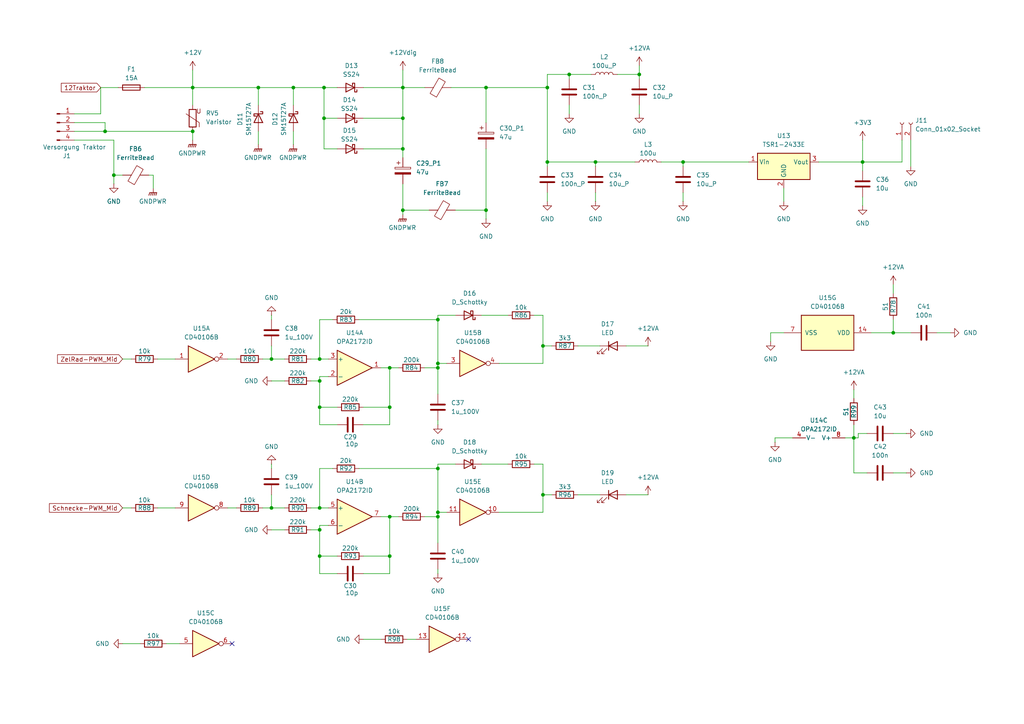
<source format=kicad_sch>
(kicad_sch (version 20250114) (generator "eeschema") (generator_version "9.0")
  (paper "A4")
  (lib_symbols
    (symbol "4xxx:4069" (pin_names (offset 1.016))
      (property "Reference" "U" (at 0 1.27 0))
      (property "Value" "4069" (at 0 -1.27 0))
      (symbol "4069_1_0"
        (pin input line (at -7.62 0 0) (length 3.81) (name "~") (number "1"))
        (pin output inverted (at 7.62 0 180) (length 3.81) (name "~") (number "2"))
      )
      (symbol "4069_2_0"
        (pin input line (at -7.62 0 0) (length 3.81) (name "~") (number "3"))
        (pin output inverted (at 7.62 0 180) (length 3.81) (name "~") (number "4"))
      )
      (symbol "4069_3_0"
        (pin input line (at -7.62 0 0) (length 3.81) (name "~") (number "5"))
        (pin output inverted (at 7.62 0 180) (length 3.81) (name "~") (number "6"))
      )
      (symbol "4069_4_0"
        (pin input line (at -7.62 0 0) (length 3.81) (name "~") (number "9"))
        (pin output inverted (at 7.62 0 180) (length 3.81) (name "~") (number "8"))
      )
      (symbol "4069_5_0"
        (pin input line (at -7.62 0 0) (length 3.81) (name "~") (number "11"))
        (pin output inverted (at 7.62 0 180) (length 3.81) (name "~") (number "10"))
      )
      (symbol "4069_6_0"
        (pin input line (at -7.62 0 0) (length 3.81) (name "~") (number "13"))
        (pin output inverted (at 7.62 0 180) (length 3.81) (name "~") (number "12"))
      )
      (symbol "4069_7_0"
        (pin power_in line (at 0 12.7 270) (length 5.08) (name "VDD") (number "14"))
        (pin power_in line (at 0 -12.7 90) (length 5.08) (name "VSS") (number "7"))
      )
    )
    (symbol "Amplifier_Operational:OPA2196xD" (pin_names (offset 0.127))
      (property "Reference" "U" (at 2.54 6.35 0))
      (property "Value" "OPA2196xD" (at 2.54 3.81 0))
      (symbol "OPA2196xD_1_1"
        (pin input line (at -7.62 2.54 0) (length 2.54) (name "+") (number "3"))
        (pin input line (at -7.62 -2.54 0) (length 2.54) (name "-") (number "2"))
        (pin output line (at 7.62 0 180) (length 2.54) (name "~") (number "1"))
      )
      (symbol "OPA2196xD_2_1"
        (pin input line (at -7.62 2.54 0) (length 2.54) (name "+") (number "5"))
        (pin input line (at -7.62 -2.54 0) (length 2.54) (name "-") (number "6"))
        (pin output line (at 7.62 0 180) (length 2.54) (name "~") (number "7"))
      )
      (symbol "OPA2196xD_3_1"
        (pin power_in line (at 0 7.62 270) (length 3.81) (name "V+") (number "8"))
        (pin power_in line (at 0 -7.62 90) (length 3.81) (name "V-") (number "4"))
      )
    )
    (symbol "Connector:Conn_01x02_Socket" (pin_names (offset 1.016) (hide yes))
      (property "Reference" "J" (at 0 2.54 0))
      (property "Value" "Conn_01x02_Socket" (at 0 -5.08 0))
      (symbol "Conn_01x02_Socket_1_1"
        (pin passive line (at -5.08 0 0) (length 3.81) (name "Pin_1") (number "1"))
        (pin passive line (at -5.08 -2.54 0) (length 3.81) (name "Pin_2") (number "2"))
      )
    )
    (symbol "Connector:Conn_01x04_Pin" (pin_names (offset 1.016) (hide yes))
      (property "Reference" "J" (at 0 5.08 0))
      (property "Value" "Conn_01x04_Pin" (at 0 -7.62 0))
      (symbol "Conn_01x04_Pin_1_1"
        (pin passive line (at 5.08 2.54 180) (length 3.81) (name "Pin_1") (number "1"))
        (pin passive line (at 5.08 0 180) (length 3.81) (name "Pin_2") (number "2"))
        (pin passive line (at 5.08 -2.54 180) (length 3.81) (name "Pin_3") (number "3"))
        (pin passive line (at 5.08 -5.08 180) (length 3.81) (name "Pin_4") (number "4"))
      )
    )
    (symbol "Device:C" (pin_numbers (hide yes)) (pin_names (offset 0.254))
      (property "Reference" "C" (at 0.635 2.54 0))
      (property "Value" "C" (at 0.635 -2.54 0))
      (symbol "C_1_1"
        (pin passive line (at 0 3.81 270) (length 2.794) (name "~") (number "1"))
        (pin passive line (at 0 -3.81 90) (length 2.794) (name "~") (number "2"))
      )
    )
    (symbol "Device:C_Polarized" (pin_numbers (hide yes)) (pin_names (offset 0.254))
      (property "Reference" "C" (at 0.635 2.54 0))
      (property "Value" "C_Polarized" (at 0.635 -2.54 0))
      (symbol "C_Polarized_1_1"
        (pin passive line (at 0 3.81 270) (length 2.794) (name "~") (number "1"))
        (pin passive line (at 0 -3.81 90) (length 2.794) (name "~") (number "2"))
      )
    )
    (symbol "Device:D_Schottky" (pin_numbers (hide yes)) (pin_names (offset 1.016) (hide yes))
      (property "Reference" "D" (at 0 2.54 0))
      (property "Value" "D_Schottky" (at 0 -2.54 0))
      (symbol "D_Schottky_1_1"
        (pin passive line (at -3.81 0 0) (length 2.54) (name "K") (number "1"))
        (pin passive line (at 3.81 0 180) (length 2.54) (name "A") (number "2"))
      )
    )
    (symbol "Device:FerriteBead" (pin_numbers (hide yes)) (pin_names (offset 0))
      (property "Reference" "FB" (at -3.81 0.635 90))
      (property "Value" "FerriteBead" (at 3.81 0 90))
      (symbol "FerriteBead_1_1"
        (pin passive line (at 0 3.81 270) (length 2.54) (name "~") (number "1"))
        (pin passive line (at 0 -3.81 90) (length 2.54) (name "~") (number "2"))
      )
    )
    (symbol "Device:Fuse" (pin_numbers (hide yes)) (pin_names (offset 0))
      (property "Reference" "F" (at 2.032 0 90))
      (property "Value" "Fuse" (at -1.905 0 90))
      (symbol "Fuse_1_1"
        (pin passive line (at 0 3.81 270) (length 1.27) (name "~") (number "1"))
        (pin passive line (at 0 -3.81 90) (length 1.27) (name "~") (number "2"))
      )
    )
    (symbol "Device:L" (pin_numbers (hide yes)) (pin_names (offset 1.016) (hide yes))
      (property "Reference" "L" (at -1.27 0 90))
      (property "Value" "L" (at 1.905 0 90))
      (symbol "L_1_1"
        (pin passive line (at 0 3.81 270) (length 1.27) (name "1") (number "1"))
        (pin passive line (at 0 -3.81 90) (length 1.27) (name "2") (number "2"))
      )
    )
    (symbol "Device:LED" (pin_numbers (hide yes)) (pin_names (offset 1.016) (hide yes))
      (property "Reference" "D" (at 0 2.54 0))
      (property "Value" "LED" (at 0 -2.54 0))
      (symbol "LED_1_1"
        (pin passive line (at -3.81 0 0) (length 2.54) (name "K") (number "1"))
        (pin passive line (at 3.81 0 180) (length 2.54) (name "A") (number "2"))
      )
    )
    (symbol "Device:R" (pin_numbers (hide yes)) (pin_names (offset 0))
      (property "Reference" "R" (at 2.032 0 90))
      (property "Value" "R" (at 0 0 90))
      (symbol "R_1_1"
        (pin passive line (at 0 3.81 270) (length 1.27) (name "~") (number "1"))
        (pin passive line (at 0 -3.81 90) (length 1.27) (name "~") (number "2"))
      )
    )
    (symbol "Device:Varistor" (pin_numbers (hide yes)) (pin_names (offset 0))
      (property "Reference" "RV" (at 3.175 0 90))
      (property "Value" "Varistor" (at -3.175 0 90))
      (symbol "Varistor_0_0"
        (text "U" (at -1.778 -2.032 0) (effects (font (size 1.27 1.27))))
      )
      (symbol "Varistor_1_1"
        (pin passive line (at 0 3.81 270) (length 1.27) (name "~") (number "1"))
        (pin passive line (at 0 -3.81 90) (length 1.27) (name "~") (number "2"))
      )
    )
    (symbol "Diode:SS24" (pin_numbers (hide yes)) (pin_names (offset 1.016) (hide yes))
      (property "Reference" "D" (at 0 2.54 0))
      (property "Value" "SS24" (at 0 -2.54 0))
      (symbol "SS24_1_1"
        (pin passive line (at -3.81 0 0) (length 2.54) (name "K") (number "1"))
        (pin passive line (at 3.81 0 180) (length 2.54) (name "A") (number "2"))
      )
    )
    (symbol "Regulator_Switching:TSR1-2433E"
      (property "Reference" "U" (at -7.62 6.35 0))
      (property "Value" "TSR1-2433E" (at -3.81 6.35 0))
      (symbol "TSR1-2433E_1_1"
        (pin power_in line (at -10.16 2.54 0) (length 2.54) (name "Vin") (number "1"))
        (pin power_in line (at 0 -5.08 90) (length 2.54) (name "GND") (number "2"))
        (pin power_out line (at 10.16 2.54 180) (length 2.54) (name "Vout") (number "3"))
      )
    )
    (symbol "power:+12V" (power) (pin_numbers (hide yes)) (pin_names (offset 0) (hide yes))
      (property "Value" "+12V" (at 0 3.556 0))
      (symbol "+12V_1_1"
        (pin power_in line (at 0 0 90) (length 0) (name "~") (number "1"))
      )
    )
    (symbol "power:+12VA" (power) (pin_numbers (hide yes)) (pin_names (offset 0) (hide yes))
      (property "Value" "+12VA" (at 0 3.556 0))
      (symbol "+12VA_1_1"
        (pin power_in line (at 0 0 90) (length 0) (name "~") (number "1"))
      )
    )
    (symbol "power:+3V3" (power) (pin_numbers (hide yes)) (pin_names (offset 0) (hide yes))
      (property "Value" "+3V3" (at 0 3.556 0))
      (symbol "+3V3_1_1"
        (pin power_in line (at 0 0 90) (length 0) (name "~") (number "1"))
      )
    )
    (symbol "power:GND" (power) (pin_numbers (hide yes)) (pin_names (offset 0) (hide yes))
      (property "Value" "GND" (at 0 -3.81 0))
      (symbol "GND_1_1"
        (pin power_in line (at 0 0 270) (length 0) (name "~") (number "1"))
      )
    )
    (symbol "power:GNDPWR" (power) (pin_numbers (hide yes)) (pin_names (offset 0) (hide yes))
      (property "Value" "GNDPWR" (at 0 -3.302 0))
      (symbol "GNDPWR_1_1"
        (pin power_in line (at 0 0 270) (length 0) (name "~") (number "1"))
      )
    )
  )
  (junction (at 113.03 149.86))
  (junction (at 92.71 104.14))
  (junction (at 127 106.68))
  (junction (at 127 92.71))
  (junction (at 33.02 50.8))
  (junction (at 250.19 46.99))
  (junction (at 165.1 21.59))
  (junction (at 247.65 127))
  (junction (at 157.48 100.33))
  (junction (at 140.97 60.96))
  (junction (at 93.98 34.29))
  (junction (at 113.03 161.29))
  (junction (at 116.84 43.18))
  (junction (at 92.71 153.67))
  (junction (at 92.71 161.29))
  (junction (at 127 149.86))
  (junction (at 93.98 25.4))
  (junction (at 92.71 147.32))
  (junction (at 127 148.59))
  (junction (at 185.42 21.59))
  (junction (at 158.75 46.99))
  (junction (at 158.75 25.4))
  (junction (at 92.71 110.49))
  (junction (at 30.48 38.1))
  (junction (at 259.08 96.52))
  (junction (at 127 135.89))
  (junction (at 74.93 25.4))
  (junction (at 55.88 38.1))
  (junction (at 116.84 60.96))
  (junction (at 116.84 34.29))
  (junction (at 78.74 147.32))
  (junction (at 85.09 25.4))
  (junction (at 116.84 25.4))
  (junction (at 127 105.41))
  (junction (at 172.72 46.99))
  (junction (at 113.03 106.68))
  (junction (at 92.71 118.11))
  (junction (at 113.03 118.11))
  (junction (at 55.88 25.4))
  (junction (at 198.12 46.99))
  (junction (at 157.48 143.51))
  (junction (at 78.74 104.14))
  (junction (at 140.97 25.4))
  (no_connect (at 67.31 186.69))
  (no_connect (at 135.89 185.42))
  (wire (pts (xy 116.84 20.32) (xy 116.84 25.4)))
  (wire (pts (xy 74.93 25.4) (xy 85.09 25.4)))
  (wire (pts (xy 116.84 34.29) (xy 116.84 43.18)))
  (wire (pts (xy 140.97 43.18) (xy 140.97 60.96)))
  (wire (pts (xy 251.46 125.73) (xy 248.92 125.73)))
  (wire (pts (xy 157.48 143.51) (xy 157.48 148.59)))
  (wire (pts (xy 95.25 109.22) (xy 92.71 109.22)))
  (wire (pts (xy 93.98 34.29) (xy 93.98 25.4)))
  (wire (pts (xy 78.74 153.67) (xy 82.55 153.67)))
  (wire (pts (xy 92.71 92.71) (xy 92.71 104.14)))
  (wire (pts (xy 105.41 25.4) (xy 116.84 25.4)))
  (wire (pts (xy 96.52 92.71) (xy 92.71 92.71)))
  (wire (pts (xy 113.03 106.68) (xy 110.49 106.68)))
  (wire (pts (xy 224.79 127) (xy 229.87 127)))
  (wire (pts (xy 157.48 105.41) (xy 144.78 105.41)))
  (wire (pts (xy 55.88 25.4) (xy 74.93 25.4)))
  (wire (pts (xy 33.02 53.34) (xy 33.02 50.8)))
  (wire (pts (xy 97.79 118.11) (xy 92.71 118.11)))
  (wire (pts (xy 198.12 46.99) (xy 198.12 48.26)))
  (wire (pts (xy 261.62 40.64) (xy 261.62 46.99)))
  (wire (pts (xy 95.25 152.4) (xy 92.71 152.4)))
  (wire (pts (xy 227.33 96.52) (xy 223.52 96.52)))
  (wire (pts (xy 97.79 161.29) (xy 92.71 161.29)))
  (wire (pts (xy 85.09 30.48) (xy 85.09 25.4)))
  (wire (pts (xy 33.02 50.8) (xy 35.56 50.8)))
  (wire (pts (xy 140.97 25.4) (xy 140.97 35.56)))
  (wire (pts (xy 76.2 147.32) (xy 78.74 147.32)))
  (wire (pts (xy 21.59 33.02) (xy 29.21 33.02)))
  (wire (pts (xy 74.93 30.48) (xy 74.93 25.4)))
  (wire (pts (xy 105.41 185.42) (xy 110.49 185.42)))
  (wire (pts (xy 78.74 147.32) (xy 78.74 143.51)))
  (wire (pts (xy 93.98 25.4) (xy 97.79 25.4)))
  (wire (pts (xy 92.71 147.32) (xy 95.25 147.32)))
  (wire (pts (xy 154.94 134.62) (xy 157.48 134.62)))
  (wire (pts (xy 264.16 40.64) (xy 264.16 48.26)))
  (wire (pts (xy 123.19 149.86) (xy 127 149.86)))
  (wire (pts (xy 92.71 152.4) (xy 92.71 153.67)))
  (wire (pts (xy 92.71 109.22) (xy 92.71 110.49)))
  (wire (pts (xy 105.41 123.19) (xy 113.03 123.19)))
  (wire (pts (xy 185.42 30.48) (xy 185.42 33.02)))
  (wire (pts (xy 167.64 100.33) (xy 173.99 100.33)))
  (wire (pts (xy 21.59 40.64) (xy 33.02 40.64)))
  (wire (pts (xy 21.59 38.1) (xy 30.48 38.1)))
  (wire (pts (xy 45.72 147.32) (xy 50.8 147.32)))
  (wire (pts (xy 271.78 96.52) (xy 275.59 96.52)))
  (wire (pts (xy 78.74 92.71) (xy 78.74 91.44)))
  (wire (pts (xy 165.1 30.48) (xy 165.1 33.02)))
  (wire (pts (xy 259.08 96.52) (xy 252.73 96.52)))
  (wire (pts (xy 157.48 134.62) (xy 157.48 143.51)))
  (wire (pts (xy 160.02 143.51) (xy 157.48 143.51)))
  (wire (pts (xy 74.93 38.1) (xy 74.93 41.91)))
  (wire (pts (xy 116.84 25.4) (xy 116.84 34.29)))
  (wire (pts (xy 127 91.44) (xy 127 92.71)))
  (wire (pts (xy 105.41 43.18) (xy 116.84 43.18)))
  (wire (pts (xy 227.33 54.61) (xy 227.33 58.42)))
  (wire (pts (xy 247.65 113.03) (xy 247.65 115.57)))
  (wire (pts (xy 113.03 161.29) (xy 113.03 166.37)))
  (wire (pts (xy 104.14 135.89) (xy 127 135.89)))
  (wire (pts (xy 247.65 123.19) (xy 247.65 127)))
  (wire (pts (xy 250.19 46.99) (xy 250.19 40.64)))
  (wire (pts (xy 55.88 20.32) (xy 55.88 25.4)))
  (wire (pts (xy 154.94 91.44) (xy 157.48 91.44)))
  (wire (pts (xy 90.17 104.14) (xy 92.71 104.14)))
  (wire (pts (xy 261.62 46.99) (xy 250.19 46.99)))
  (wire (pts (xy 181.61 100.33) (xy 187.96 100.33)))
  (wire (pts (xy 248.92 125.73) (xy 248.92 127)))
  (wire (pts (xy 127 149.86) (xy 127 157.48)))
  (wire (pts (xy 93.98 34.29) (xy 97.79 34.29)))
  (wire (pts (xy 104.14 92.71) (xy 127 92.71)))
  (wire (pts (xy 21.59 35.56) (xy 30.48 35.56)))
  (wire (pts (xy 116.84 25.4) (xy 123.19 25.4)))
  (wire (pts (xy 127 134.62) (xy 127 135.89)))
  (wire (pts (xy 78.74 135.89) (xy 78.74 134.62)))
  (wire (pts (xy 185.42 21.59) (xy 185.42 22.86)))
  (wire (pts (xy 158.75 25.4) (xy 158.75 46.99)))
  (wire (pts (xy 90.17 147.32) (xy 92.71 147.32)))
  (wire (pts (xy 165.1 21.59) (xy 158.75 21.59)))
  (wire (pts (xy 127 135.89) (xy 127 148.59)))
  (wire (pts (xy 140.97 60.96) (xy 140.97 63.5)))
  (wire (pts (xy 224.79 128.27) (xy 224.79 127)))
  (wire (pts (xy 127 105.41) (xy 129.54 105.41)))
  (wire (pts (xy 41.91 25.4) (xy 55.88 25.4)))
  (wire (pts (xy 259.08 137.16) (xy 262.89 137.16)))
  (wire (pts (xy 157.48 100.33) (xy 157.48 105.41)))
  (wire (pts (xy 44.45 50.8) (xy 44.45 54.61)))
  (wire (pts (xy 55.88 38.1) (xy 55.88 40.64)))
  (wire (pts (xy 92.71 153.67) (xy 90.17 153.67)))
  (wire (pts (xy 30.48 38.1) (xy 30.48 35.56)))
  (wire (pts (xy 160.02 100.33) (xy 157.48 100.33)))
  (wire (pts (xy 179.07 21.59) (xy 185.42 21.59)))
  (wire (pts (xy 35.56 104.14) (xy 38.1 104.14)))
  (wire (pts (xy 127 165.1) (xy 127 166.37)))
  (wire (pts (xy 85.09 38.1) (xy 85.09 41.91)))
  (wire (pts (xy 172.72 46.99) (xy 172.72 48.26)))
  (wire (pts (xy 250.19 46.99) (xy 250.19 49.53)))
  (wire (pts (xy 127 105.41) (xy 127 106.68)))
  (wire (pts (xy 85.09 25.4) (xy 93.98 25.4)))
  (wire (pts (xy 247.65 137.16) (xy 247.65 127)))
  (wire (pts (xy 96.52 135.89) (xy 92.71 135.89)))
  (wire (pts (xy 127 92.71) (xy 127 105.41)))
  (wire (pts (xy 116.84 43.18) (xy 116.84 45.72)))
  (wire (pts (xy 92.71 104.14) (xy 95.25 104.14)))
  (wire (pts (xy 116.84 53.34) (xy 116.84 60.96)))
  (wire (pts (xy 78.74 104.14) (xy 82.55 104.14)))
  (wire (pts (xy 55.88 25.4) (xy 55.88 30.48)))
  (wire (pts (xy 158.75 21.59) (xy 158.75 25.4)))
  (wire (pts (xy 259.08 82.55) (xy 259.08 85.09)))
  (wire (pts (xy 92.71 166.37) (xy 92.71 161.29)))
  (wire (pts (xy 139.7 134.62) (xy 147.32 134.62)))
  (wire (pts (xy 66.04 104.14) (xy 68.58 104.14)))
  (wire (pts (xy 132.08 60.96) (xy 140.97 60.96)))
  (wire (pts (xy 158.75 25.4) (xy 140.97 25.4)))
  (wire (pts (xy 259.08 96.52) (xy 264.16 96.52)))
  (wire (pts (xy 113.03 149.86) (xy 115.57 149.86)))
  (wire (pts (xy 251.46 137.16) (xy 247.65 137.16)))
  (wire (pts (xy 92.71 161.29) (xy 92.71 153.67)))
  (wire (pts (xy 105.41 166.37) (xy 113.03 166.37)))
  (wire (pts (xy 259.08 125.73) (xy 262.89 125.73)))
  (wire (pts (xy 157.48 148.59) (xy 144.78 148.59)))
  (wire (pts (xy 29.21 25.4) (xy 34.29 25.4)))
  (wire (pts (xy 184.15 46.99) (xy 172.72 46.99)))
  (wire (pts (xy 33.02 40.64) (xy 33.02 50.8)))
  (wire (pts (xy 191.77 46.99) (xy 198.12 46.99)))
  (wire (pts (xy 127 148.59) (xy 127 149.86)))
  (wire (pts (xy 139.7 91.44) (xy 147.32 91.44)))
  (wire (pts (xy 113.03 149.86) (xy 110.49 149.86)))
  (wire (pts (xy 165.1 21.59) (xy 165.1 22.86)))
  (wire (pts (xy 237.49 46.99) (xy 250.19 46.99)))
  (wire (pts (xy 92.71 118.11) (xy 92.71 110.49)))
  (wire (pts (xy 97.79 123.19) (xy 92.71 123.19)))
  (wire (pts (xy 92.71 135.89) (xy 92.71 147.32)))
  (wire (pts (xy 113.03 149.86) (xy 113.03 161.29)))
  (wire (pts (xy 259.08 92.71) (xy 259.08 96.52)))
  (wire (pts (xy 105.41 118.11) (xy 113.03 118.11)))
  (wire (pts (xy 93.98 43.18) (xy 97.79 43.18)))
  (wire (pts (xy 127 148.59) (xy 129.54 148.59)))
  (wire (pts (xy 198.12 55.88) (xy 198.12 58.42)))
  (wire (pts (xy 35.56 147.32) (xy 38.1 147.32)))
  (wire (pts (xy 124.46 60.96) (xy 116.84 60.96)))
  (wire (pts (xy 172.72 55.88) (xy 172.72 58.42)))
  (wire (pts (xy 78.74 147.32) (xy 82.55 147.32)))
  (wire (pts (xy 30.48 38.1) (xy 55.88 38.1)))
  (wire (pts (xy 113.03 106.68) (xy 115.57 106.68)))
  (wire (pts (xy 118.11 185.42) (xy 120.65 185.42)))
  (wire (pts (xy 250.19 57.15) (xy 250.19 59.69)))
  (wire (pts (xy 92.71 123.19) (xy 92.71 118.11)))
  (wire (pts (xy 66.04 147.32) (xy 68.58 147.32)))
  (wire (pts (xy 48.26 186.69) (xy 52.07 186.69)))
  (wire (pts (xy 130.81 25.4) (xy 140.97 25.4)))
  (wire (pts (xy 78.74 104.14) (xy 78.74 100.33)))
  (wire (pts (xy 132.08 134.62) (xy 127 134.62)))
  (wire (pts (xy 35.56 186.69) (xy 40.64 186.69)))
  (wire (pts (xy 127 121.92) (xy 127 123.19)))
  (wire (pts (xy 92.71 110.49) (xy 90.17 110.49)))
  (wire (pts (xy 113.03 118.11) (xy 113.03 123.19)))
  (wire (pts (xy 44.45 50.8) (xy 43.18 50.8)))
  (wire (pts (xy 76.2 104.14) (xy 78.74 104.14)))
  (wire (pts (xy 105.41 161.29) (xy 113.03 161.29)))
  (wire (pts (xy 78.74 110.49) (xy 82.55 110.49)))
  (wire (pts (xy 97.79 166.37) (xy 92.71 166.37)))
  (wire (pts (xy 198.12 46.99) (xy 217.17 46.99)))
  (wire (pts (xy 158.75 46.99) (xy 158.75 48.26)))
  (wire (pts (xy 29.21 33.02) (xy 29.21 25.4)))
  (wire (pts (xy 127 106.68) (xy 127 114.3)))
  (wire (pts (xy 223.52 96.52) (xy 223.52 99.06)))
  (wire (pts (xy 93.98 34.29) (xy 93.98 43.18)))
  (wire (pts (xy 247.65 127) (xy 245.11 127)))
  (wire (pts (xy 113.03 118.11) (xy 113.03 106.68)))
  (wire (pts (xy 116.84 34.29) (xy 105.41 34.29)))
  (wire (pts (xy 248.92 127) (xy 247.65 127)))
  (wire (pts (xy 45.72 104.14) (xy 50.8 104.14)))
  (wire (pts (xy 158.75 55.88) (xy 158.75 58.42)))
  (wire (pts (xy 123.19 106.68) (xy 127 106.68)))
  (wire (pts (xy 172.72 46.99) (xy 158.75 46.99)))
  (wire (pts (xy 167.64 143.51) (xy 173.99 143.51)))
  (wire (pts (xy 132.08 91.44) (xy 127 91.44)))
  (wire (pts (xy 171.45 21.59) (xy 165.1 21.59)))
  (wire (pts (xy 185.42 19.05) (xy 185.42 21.59)))
  (wire (pts (xy 157.48 91.44) (xy 157.48 100.33)))
  (wire (pts (xy 116.84 60.96) (xy 116.84 62.23)))
  (wire (pts (xy 181.61 143.51) (xy 187.96 143.51)))
  (global_label "Schnecke-PWM_Mid" (shape input) (at 35.56 147.32 180) (property "Intersheetrefs" "${INTERSHEET_REFS}" (effects (hide yes))))
  (global_label "ZelRad-PWM_Mid" (shape input) (at 35.56 104.14 180) (property "Intersheetrefs" "${INTERSHEET_REFS}" (effects (hide yes))))
  (global_label "12Traktor" (shape input) (at 29.21 25.4 180) (property "Intersheetrefs" "${INTERSHEET_REFS}" (effects (hide yes))))
  (symbol (lib_id "power:+12VA") (at 259.08 82.55 0) (unit 1)
    (property "Reference" "#PWR0121" (effects (hide yes)))
    (property "Value" "+12VA" (at 259.08 77.47 0))
    (property "Description" "Power symbol creates a global label with name \"+12VA\"" (effects (hide yes)))
  )
  (symbol (lib_id "Connector:Conn_01x04_Pin") (at 16.51 35.56 0) (unit 1)
    (property "Reference" "J1" (at 20.574 45.212 0) (effects (justify right)))
    (property "Value" "Versorgung Traktor" (at 30.734 42.672 0) (effects (justify right)))
    (property "Footprint" "Connector_Phoenix_MSTB:PhoenixContact_MSTBVA_2,5_4-G-5,08_1x04_P5.08mm_Vertical" (effects (hide yes)))
    (property "Description" "Generic connector, single row, 01x04, script generated" (effects (hide yes)))
    (property "Part-NO" "MSTBV2_5/4-G-5_08 " (effects (hide yes)))
  )
  (symbol (lib_id "Diode:SS24") (at 101.6 43.18 180) (unit 1)
    (property "Reference" "D15" (at 101.346 37.846 0))
    (property "Value" "SS24" (at 101.346 40.386 0))
    (property "Footprint" "Diode_SMD:D_SMB" (effects (hide yes)))
    (property "Datasheet" "https://www.vishay.com/docs/88748/ss22.pdf" (effects (hide yes)))
    (property "Description" "40V 2A Schottky Diode, SMA" (effects (hide yes)))
    (property "Part-NO" "SS24-M3 " (effects (hide yes)))
  )
  (symbol (lib_id "Device:L") (at 187.96 46.99 90) (unit 1)
    (property "Reference" "L3" (at 187.96 41.91 90))
    (property "Value" "100u" (at 187.96 44.45 90))
    (property "Footprint" "Inductor_SMD:L_Sunlord_SWPA6045S" (effects (hide yes)))
    (property "Description" "Inductor" (effects (hide yes)))
    (property "Part-NO" "74404064101 " (effects (hide yes)))
  )
  (symbol (lib_id "4xxx:4069") (at 137.16 148.59 0) (unit 5)
    (property "Reference" "U15" (at 137.16 139.7 0))
    (property "Value" "CD40106B" (at 137.16 142.24 0))
    (property "Footprint" "Package_SO:SOIC-14_3.9x8.7mm_P1.27mm" (effects (hide yes)))
    (property "Datasheet" "http://www.intersil.com/content/dam/Intersil/documents/cd40/cd4069ubms.pdf" (effects (hide yes)))
    (property "Description" "Hex inverter" (effects (hide yes)))
    (property "Part-NO" "CD40106BM96" (effects (hide yes)))
  )
  (symbol (lib_id "Device:R") (at 86.36 147.32 270) (unit 1)
    (property "Reference" "R90" (at 86.36 147.32 90))
    (property "Value" "220k" (at 86.36 145.034 90))
    (property "Footprint" "Resistor_SMD:R_0603_1608Metric" (effects (hide yes)))
    (property "Description" "CRG0603F220K" (effects (hide yes)))
    (property "Part-NO" "CRG0603F220K" (effects (hide yes)))
  )
  (symbol (lib_id "Device:C") (at 127 118.11 180) (unit 1)
    (property "Reference" "C37" (at 130.81 116.8399 0) (effects (justify right)))
    (property "Value" "1u_100V" (at 130.81 119.3799 0) (effects (justify right)))
    (property "Footprint" "Capacitor_SMD:C_1210_3225Metric" (effects (hide yes)))
    (property "Description" "Unpolarized capacitor" (effects (hide yes)))
    (property "Part-NO" "12101C105KAZ2A " (effects (hide yes)))
  )
  (symbol (lib_id "power:GND") (at 198.12 58.42 0) (unit 1)
    (property "Reference" "#PWR0106" (effects (hide yes)))
    (property "Value" "GND" (at 198.12 63.5 0))
    (property "Description" "Power symbol creates a global label with name \"GND\" , ground" (effects (hide yes)))
  )
  (symbol (lib_id "power:GND") (at 227.33 58.42 0) (unit 1)
    (property "Reference" "#PWR0105" (effects (hide yes)))
    (property "Value" "GND" (at 227.33 63.5 0))
    (property "Description" "Power symbol creates a global label with name \"GND\" , ground" (effects (hide yes)))
  )
  (symbol (lib_id "power:GND") (at 262.89 137.16 90) (unit 1)
    (property "Reference" "#PWR0123" (effects (hide yes)))
    (property "Value" "GND" (at 266.7 137.1599 90) (effects (justify right)))
    (property "Description" "Power symbol creates a global label with name \"GND\" , ground" (effects (hide yes)))
  )
  (symbol (lib_id "Device:R") (at 72.39 147.32 270) (unit 1)
    (property "Reference" "R89" (at 72.39 147.32 90))
    (property "Value" "10k" (at 72.39 145.034 90))
    (property "Footprint" "Resistor_SMD:R_0603_1608Metric" (effects (hide yes)))
    (property "Description" "CRG0603F10K" (effects (hide yes)))
    (property "Part-NO" "CRG0603F10K" (effects (hide yes)))
  )
  (symbol (lib_id "Device:C") (at 78.74 139.7 0) (unit 1)
    (property "Reference" "C39" (at 82.55 138.4299 0) (effects (justify left)))
    (property "Value" "1u_100V" (at 82.55 140.9699 0) (effects (justify left)))
    (property "Footprint" "Capacitor_SMD:C_1210_3225Metric" (effects (hide yes)))
    (property "Description" "Unpolarized capacitor" (effects (hide yes)))
    (property "Part-NO" "12101C105KAZ2A " (effects (hide yes)))
  )
  (symbol (lib_id "4xxx:4069") (at 59.69 186.69 0) (unit 3)
    (property "Reference" "U15" (at 59.69 177.8 0))
    (property "Value" "CD40106B" (at 59.69 180.34 0))
    (property "Footprint" "Package_SO:SOIC-14_3.9x8.7mm_P1.27mm" (effects (hide yes)))
    (property "Datasheet" "http://www.intersil.com/content/dam/Intersil/documents/cd40/cd4069ubms.pdf" (effects (hide yes)))
    (property "Description" "Hex inverter" (effects (hide yes)))
    (property "Part-NO" "CD40106BM96" (effects (hide yes)))
  )
  (symbol (lib_id "Connector:Conn_01x02_Socket") (at 261.62 35.56 90) (unit 1)
    (property "Reference" "J11" (at 265.43 34.9249 90) (effects (justify right)))
    (property "Value" "Conn_01x02_Socket" (at 265.43 37.4649 90) (effects (justify right)))
    (property "Footprint" "Connector_PinHeader_2.54mm:PinHeader_1x02_P2.54mm_Vertical" (effects (hide yes)))
    (property "Description" "Generic connector, single row, 01x02, script generated" (effects (hide yes)))
    (property "Part-NO" "JMP_1X2P_0901200122 " (effects (hide yes)))
  )
  (symbol (lib_id "Diode:SS24") (at 85.09 34.29 270) (unit 1)
    (property "Reference" "D12" (at 79.756 34.544 0))
    (property "Value" "SM15T27A" (at 82.296 34.544 0))
    (property "Footprint" "Diode_SMD:D_SMC" (effects (hide yes)))
    (property "Datasheet" "https://www.vishay.com/docs/88748/ss22.pdf" (effects (hide yes)))
    (property "Description" "40V 2A Schottky Diode, SMA" (effects (hide yes)))
    (property "Part-NO" "SM15T27A " (effects (hide yes)))
  )
  (symbol (lib_id "Device:FerriteBead") (at 128.27 60.96 90) (unit 1)
    (property "Reference" "FB7" (at 128.2192 53.34 90))
    (property "Value" "FerriteBead" (at 128.2192 55.88 90))
    (property "Footprint" "Resistor_SMD:R_1206_3216Metric" (effects (hide yes)))
    (property "Description" "Ferrite bead" (effects (hide yes)))
    (property "Part-NO" "WE-CBF_74279218 " (effects (hide yes)))
  )
  (symbol (lib_id "power:+12V") (at 55.88 20.32 0) (unit 1)
    (property "Reference" "#PWR096" (effects (hide yes)))
    (property "Value" "+12V" (at 55.88 15.24 0))
    (property "Description" "Power symbol creates a global label with name \"+12V\"" (effects (hide yes)))
  )
  (symbol (lib_id "Device:C") (at 255.27 125.73 270) (unit 1)
    (property "Reference" "C43" (at 255.27 118.11 90))
    (property "Value" "10u" (at 255.27 120.65 90))
    (property "Footprint" "Capacitor_SMD:C_1206_3216Metric" (effects (hide yes)))
    (property "Description" "Unpolarized capacitor" (effects (hide yes)))
    (property "Part-NO" "C1206C106K4RAC " (effects (hide yes)))
  )
  (symbol (lib_id "Device:C") (at 267.97 96.52 270) (unit 1)
    (property "Reference" "C41" (at 267.97 88.9 90))
    (property "Value" "100n" (at 267.97 91.44 90))
    (property "Footprint" "Capacitor_SMD:C_0805_2012Metric" (effects (hide yes)))
    (property "Description" "Unpolarized capacitor" (effects (hide yes)))
    (property "Part-NO" "CC0805KRX7R9BB104" (effects (hide yes)))
  )
  (symbol (lib_id "Device:D_Schottky") (at 135.89 134.62 180) (unit 1)
    (property "Reference" "D18" (at 136.2075 128.27 0))
    (property "Value" "D_Schottky" (at 136.2075 130.81 0))
    (property "Footprint" "Diode_SMD:D_SOD-123" (effects (hide yes)))
    (property "Description" "Schottky diode" (effects (hide yes)))
    (property "Part-NO" "MBR0530_30V_0A5" (effects (hide yes)))
  )
  (symbol (lib_id "Diode:SS24") (at 101.6 25.4 180) (unit 1)
    (property "Reference" "D13" (at 101.9175 19.05 0))
    (property "Value" "SS24" (at 101.9175 21.59 0))
    (property "Footprint" "Diode_SMD:D_SMB" (effects (hide yes)))
    (property "Datasheet" "https://www.vishay.com/docs/88748/ss22.pdf" (effects (hide yes)))
    (property "Description" "40V 2A Schottky Diode, SMA" (effects (hide yes)))
    (property "Part-NO" "SS24-M3 " (effects (hide yes)))
  )
  (symbol (lib_id "Device:R") (at 86.36 110.49 270) (unit 1)
    (property "Reference" "R82" (at 86.36 110.49 90))
    (property "Value" "220k" (at 86.36 108.204 90))
    (property "Footprint" "Resistor_SMD:R_0603_1608Metric" (effects (hide yes)))
    (property "Description" "CRG0603F220K" (effects (hide yes)))
    (property "Part-NO" "CRG0603F220K" (effects (hide yes)))
  )
  (symbol (lib_id "power:GND") (at 78.74 134.62 180) (unit 1)
    (property "Reference" "#PWR0114" (effects (hide yes)))
    (property "Value" "GND" (at 78.74 129.54 0))
    (property "Description" "Power symbol creates a global label with name \"GND\" , ground" (effects (hide yes)))
  )
  (symbol (lib_id "Device:R") (at 41.91 147.32 270) (unit 1)
    (property "Reference" "R88" (at 41.91 147.32 90))
    (property "Value" "10k" (at 41.91 145.034 90))
    (property "Footprint" "Resistor_SMD:R_0603_1608Metric" (effects (hide yes)))
    (property "Description" "CRG0603F10K" (effects (hide yes)))
    (property "Part-NO" "CRG0603F10K" (effects (hide yes)))
  )
  (symbol (lib_id "Device:C") (at 78.74 96.52 0) (unit 1)
    (property "Reference" "C38" (at 82.55 95.2499 0) (effects (justify left)))
    (property "Value" "1u_100V" (at 82.55 97.7899 0) (effects (justify left)))
    (property "Footprint" "Capacitor_SMD:C_1210_3225Metric" (effects (hide yes)))
    (property "Description" "Unpolarized capacitor" (effects (hide yes)))
    (property "Part-NO" "12101C105KAZ2A " (effects (hide yes)))
  )
  (symbol (lib_id "Device:R") (at 163.83 100.33 270) (unit 1)
    (property "Reference" "R87" (at 163.83 100.33 90))
    (property "Value" "3k3" (at 163.83 98.044 90))
    (property "Footprint" "Resistor_SMD:R_0603_1608Metric" (effects (hide yes)))
    (property "Description" "CRG0603F3K3" (effects (hide yes)))
    (property "Part-NO" "CRG0603F3K3" (effects (hide yes)))
  )
  (symbol (lib_id "Device:R") (at 41.91 104.14 270) (unit 1)
    (property "Reference" "R79" (at 41.91 104.14 90))
    (property "Value" "10k" (at 41.91 101.854 90))
    (property "Footprint" "Resistor_SMD:R_0603_1608Metric" (effects (hide yes)))
    (property "Description" "CRG0603F10K" (effects (hide yes)))
    (property "Part-NO" "CRG0603F10K" (effects (hide yes)))
  )
  (symbol (lib_id "power:GND") (at 224.79 128.27 0) (unit 1)
    (property "Reference" "#PWR0126" (effects (hide yes)))
    (property "Value" "GND" (at 224.79 133.35 0))
    (property "Description" "Power symbol creates a global label with name \"GND\" , ground" (effects (hide yes)))
  )
  (symbol (lib_id "Amplifier_Operational:OPA2196xD") (at 102.87 106.68 0) (unit 1)
    (property "Reference" "U14" (at 102.87 96.52 0))
    (property "Value" "OPA2172ID" (at 102.87 99.06 0))
    (property "Footprint" "Package_SO:SOIC-8_3.9x4.9mm_P1.27mm" (effects (hide yes)))
    (property "Datasheet" "http://www.ti.com/lit/ds/symlink/opa4196.pdf" (effects (hide yes)))
    (property "Description" "Dual, Low-Power, Low Offset Voltage, Rail-to-Rail Operational Amplifier, SOIC-8" (effects (hide yes)))
    (property "Part-NO" "OPA2172ID" (effects (hide yes)))
  )
  (symbol (lib_id "Diode:SS24") (at 101.6 34.29 180) (unit 1)
    (property "Reference" "D14" (at 101.346 28.956 0))
    (property "Value" "SS24" (at 101.346 31.496 0))
    (property "Footprint" "Diode_SMD:D_SMB" (effects (hide yes)))
    (property "Datasheet" "https://www.vishay.com/docs/88748/ss22.pdf" (effects (hide yes)))
    (property "Description" "40V 2A Schottky Diode, SMA" (effects (hide yes)))
    (property "Part-NO" "SS24-M3 " (effects (hide yes)))
  )
  (symbol (lib_id "power:GND") (at 275.59 96.52 90) (unit 1)
    (property "Reference" "#PWR0122" (effects (hide yes)))
    (property "Value" "GND" (at 279.4 96.5199 90) (effects (justify right)))
    (property "Description" "Power symbol creates a global label with name \"GND\" , ground" (effects (hide yes)))
  )
  (symbol (lib_id "Amplifier_Operational:OPA2196xD") (at 102.87 149.86 0) (unit 2)
    (property "Reference" "U14" (at 102.87 139.7 0))
    (property "Value" "OPA2172ID" (at 102.87 142.24 0))
    (property "Footprint" "Package_SO:SOIC-8_3.9x4.9mm_P1.27mm" (effects (hide yes)))
    (property "Datasheet" "http://www.ti.com/lit/ds/symlink/opa4196.pdf" (effects (hide yes)))
    (property "Description" "Dual, Low-Power, Low Offset Voltage, Rail-to-Rail Operational Amplifier, SOIC-8" (effects (hide yes)))
    (property "Part-NO" "OPA2172ID" (effects (hide yes)))
  )
  (symbol (lib_id "Device:C") (at 185.42 26.67 0) (unit 1)
    (property "Reference" "C32" (at 189.23 25.3999 0) (effects (justify left)))
    (property "Value" "10u_P" (at 189.23 27.9399 0) (effects (justify left)))
    (property "Footprint" "Capacitor_Tantalum_SMD:CP_EIA-3216-18_Kemet-A" (effects (hide yes)))
    (property "Description" "Unpolarized capacitor" (effects (hide yes)))
  )
  (symbol (lib_id "Device:R") (at 86.36 153.67 270) (unit 1)
    (property "Reference" "R91" (at 86.36 153.67 90))
    (property "Value" "220k" (at 86.36 151.384 90))
    (property "Footprint" "Resistor_SMD:R_0603_1608Metric" (effects (hide yes)))
    (property "Description" "CRG0603F220K" (effects (hide yes)))
    (property "Part-NO" "CRG0603F220K" (effects (hide yes)))
  )
  (symbol (lib_id "Device:C") (at 101.6 166.37 90) (unit 1)
    (property "Reference" "C30" (at 101.6 169.926 90))
    (property "Value" "10p" (at 102.0513 171.9715 90))
    (property "Footprint" "Capacitor_SMD:C_1210_3225Metric" (effects (hide yes)))
    (property "Description" "Unpolarized capacitor" (effects (hide yes)))
    (property "Part-NO" "12101C105KAZ2A " (effects (hide yes)))
  )
  (symbol (lib_id "power:+12VA") (at 187.96 143.51 0) (unit 1)
    (property "Reference" "#PWR0117" (effects (hide yes)))
    (property "Value" "+12VA" (at 187.96 138.43 0))
    (property "Description" "Power symbol creates a global label with name \"+12VA\"" (effects (hide yes)))
  )
  (symbol (lib_id "Diode:SS24") (at 74.93 34.29 270) (unit 1)
    (property "Reference" "D11" (at 69.596 34.544 0))
    (property "Value" "SM15T27A" (at 72.136 34.544 0))
    (property "Footprint" "Diode_SMD:D_SMC" (effects (hide yes)))
    (property "Datasheet" "https://www.vishay.com/docs/88748/ss22.pdf" (effects (hide yes)))
    (property "Description" "40V 2A Schottky Diode, SMA" (effects (hide yes)))
    (property "Part-NO" "SM15T27A " (effects (hide yes)))
  )
  (symbol (lib_id "power:GNDPWR") (at 55.88 40.64 0) (unit 1)
    (property "Reference" "#PWR093" (effects (hide yes)))
    (property "Value" "GNDPWR" (at 55.753 44.45 0))
    (property "Description" "Power symbol creates a global label with name \"GNDPWR\" , global ground" (effects (hide yes)))
  )
  (symbol (lib_id "4xxx:4069") (at 137.16 105.41 0) (unit 2)
    (property "Reference" "U15" (at 137.16 96.52 0))
    (property "Value" "CD40106B" (at 137.16 99.06 0))
    (property "Footprint" "Package_SO:SOIC-14_3.9x8.7mm_P1.27mm" (effects (hide yes)))
    (property "Datasheet" "http://www.intersil.com/content/dam/Intersil/documents/cd40/cd4069ubms.pdf" (effects (hide yes)))
    (property "Description" "Hex inverter" (effects (hide yes)))
    (property "Part-NO" "CD40106BM96" (effects (hide yes)))
  )
  (symbol (lib_id "power:+12V") (at 116.84 20.32 0) (unit 1)
    (property "Reference" "#PWR097" (effects (hide yes)))
    (property "Value" "+12Vdig" (at 116.84 15.24 0))
    (property "Description" "Power symbol creates a global label with name \"+12V\"" (effects (hide yes)))
  )
  (symbol (lib_id "Device:C") (at 172.72 52.07 0) (unit 1)
    (property "Reference" "C34" (at 176.53 50.7999 0) (effects (justify left)))
    (property "Value" "10u_P" (at 176.53 53.3399 0) (effects (justify left)))
    (property "Footprint" "Capacitor_Tantalum_SMD:CP_EIA-3216-18_Kemet-A" (effects (hide yes)))
    (property "Description" "Unpolarized capacitor" (effects (hide yes)))
  )
  (symbol (lib_id "power:+12VA") (at 185.42 19.05 0) (unit 1)
    (property "Reference" "#PWR099" (effects (hide yes)))
    (property "Value" "+12VA" (at 185.42 13.97 0))
    (property "Description" "Power symbol creates a global label with name \"+12VA\"" (effects (hide yes)))
  )
  (symbol (lib_id "4xxx:4069") (at 240.03 96.52 270) (unit 7)
    (property "Reference" "U15" (at 240.03 86.36 90))
    (property "Value" "CD40106B" (at 240.03 88.9 90))
    (property "Footprint" "Package_SO:SOIC-14_3.9x8.7mm_P1.27mm" (effects (hide yes)))
    (property "Datasheet" "http://www.intersil.com/content/dam/Intersil/documents/cd40/cd4069ubms.pdf" (effects (hide yes)))
    (property "Description" "Hex inverter" (effects (hide yes)))
    (property "Part-NO" "CD40106BM96" (effects (hide yes)))
  )
  (symbol (lib_id "power:GND") (at 172.72 58.42 0) (unit 1)
    (property "Reference" "#PWR0107" (effects (hide yes)))
    (property "Value" "GND" (at 172.72 63.5 0))
    (property "Description" "Power symbol creates a global label with name \"GND\" , ground" (effects (hide yes)))
  )
  (symbol (lib_id "Device:R") (at 100.33 135.89 270) (unit 1)
    (property "Reference" "R92" (at 100.33 135.89 90))
    (property "Value" "20k" (at 100.33 133.604 90))
    (property "Footprint" "Resistor_SMD:R_0603_1608Metric" (effects (hide yes)))
    (property "Description" "CRG0603F20K" (effects (hide yes)))
    (property "Part-NO" "CRG0603F20K" (effects (hide yes)))
  )
  (symbol (lib_id "power:+3V3") (at 250.19 40.64 0) (unit 1)
    (property "Reference" "#PWR0104" (effects (hide yes)))
    (property "Value" "+3V3" (at 250.19 35.56 0))
    (property "Description" "Power symbol creates a global label with name \"+3V3\"" (effects (hide yes)))
  )
  (symbol (lib_id "Device:C") (at 165.1 26.67 0) (unit 1)
    (property "Reference" "C31" (at 168.91 25.3999 0) (effects (justify left)))
    (property "Value" "100n_P" (at 168.91 27.9399 0) (effects (justify left)))
    (property "Footprint" "Capacitor_SMD:C_0805_2012Metric" (effects (hide yes)))
    (property "Description" "Unpolarized capacitor" (effects (hide yes)))
    (property "Part-NO" "CC0805KRX7R9BB104 " (effects (hide yes)))
  )
  (symbol (lib_id "4xxx:4069") (at 58.42 147.32 0) (unit 4)
    (property "Reference" "U15" (at 58.42 138.43 0))
    (property "Value" "CD40106B" (at 58.42 140.97 0))
    (property "Footprint" "Package_SO:SOIC-14_3.9x8.7mm_P1.27mm" (effects (hide yes)))
    (property "Datasheet" "http://www.intersil.com/content/dam/Intersil/documents/cd40/cd4069ubms.pdf" (effects (hide yes)))
    (property "Description" "Hex inverter" (effects (hide yes)))
    (property "Part-NO" "CD40106BM96" (effects (hide yes)))
  )
  (symbol (lib_id "Amplifier_Operational:OPA2196xD") (at 237.49 127 270) (unit 3)
    (property "Reference" "U14" (at 237.49 121.92 90))
    (property "Value" "OPA2172ID" (at 237.49 124.46 90))
    (property "Footprint" "Package_SO:SOIC-8_3.9x4.9mm_P1.27mm" (effects (hide yes)))
    (property "Datasheet" "http://www.ti.com/lit/ds/symlink/opa4196.pdf" (effects (hide yes)))
    (property "Description" "Dual, Low-Power, Low Offset Voltage, Rail-to-Rail Operational Amplifier, SOIC-8" (effects (hide yes)))
    (property "Part-NO" "OPA2172ID" (effects (hide yes)))
  )
  (symbol (lib_id "Device:C") (at 158.75 52.07 0) (unit 1)
    (property "Reference" "C33" (at 162.56 50.7999 0) (effects (justify left)))
    (property "Value" "100n_P" (at 162.56 53.3399 0) (effects (justify left)))
    (property "Footprint" "Capacitor_SMD:C_0805_2012Metric" (effects (hide yes)))
    (property "Description" "Unpolarized capacitor" (effects (hide yes)))
    (property "Part-NO" "CC0805KRX7R9BB104 " (effects (hide yes)))
  )
  (symbol (lib_id "Device:R") (at 151.13 91.44 270) (unit 1)
    (property "Reference" "R86" (at 151.13 91.44 90))
    (property "Value" "10k" (at 151.13 89.154 90))
    (property "Footprint" "Resistor_SMD:R_0603_1608Metric" (effects (hide yes)))
    (property "Description" "CRG0603F10K" (effects (hide yes)))
    (property "Part-NO" "CRG0603F10K" (effects (hide yes)))
  )
  (symbol (lib_id "power:GNDPWR") (at 44.45 54.61 0) (unit 1)
    (property "Reference" "#PWR092" (effects (hide yes)))
    (property "Value" "GNDPWR" (at 44.323 58.42 0))
    (property "Description" "Power symbol creates a global label with name \"GNDPWR\" , global ground" (effects (hide yes)))
  )
  (symbol (lib_id "power:GND") (at 105.41 185.42 270) (unit 1)
    (property "Reference" "#PWR0119" (effects (hide yes)))
    (property "Value" "GND" (at 101.6 185.4199 90) (effects (justify right)))
    (property "Description" "Power symbol creates a global label with name \"GND\" , ground" (effects (hide yes)))
  )
  (symbol (lib_id "power:GND") (at 140.97 63.5 0) (unit 1)
    (property "Reference" "#PWR0109" (effects (hide yes)))
    (property "Value" "GND" (at 140.97 68.58 0))
    (property "Description" "Power symbol creates a global label with name \"GND\" , ground" (effects (hide yes)))
  )
  (symbol (lib_id "Device:R") (at 259.08 88.9 0) (unit 1)
    (property "Reference" "R78" (at 259.08 88.9 90))
    (property "Value" "51" (at 256.794 88.9 90))
    (property "Footprint" "Resistor_SMD:R_1206_3216Metric" (effects (hide yes)))
    (property "Description" "CRG1206F51R" (effects (hide yes)))
    (property "Part-NO" "CRG1206F51R" (effects (hide yes)))
  )
  (symbol (lib_id "Device:R") (at 114.3 185.42 270) (unit 1)
    (property "Reference" "R98" (at 114.3 185.42 90))
    (property "Value" "10k" (at 114.3 183.134 90))
    (property "Footprint" "Resistor_SMD:R_0603_1608Metric" (effects (hide yes)))
    (property "Description" "CRG0603F10K" (effects (hide yes)))
    (property "Part-NO" "CRG0603F10K" (effects (hide yes)))
  )
  (symbol (lib_id "Device:C_Polarized") (at 116.84 49.53 0) (unit 1)
    (property "Reference" "C29_P1" (at 120.65 47.3709 0) (effects (justify left)))
    (property "Value" "47u" (at 120.65 49.9109 0) (effects (justify left)))
    (property "Footprint" "Capacitor_Tantalum_SMD:CP_EIA-7343-30_AVX-N" (effects (hide yes)))
    (property "Description" "Polarized capacitor" (effects (hide yes)))
    (property "Part-NO" "TPSE476K025R0080 " (effects (hide yes)))
  )
  (symbol (lib_id "Device:Fuse") (at 38.1 25.4 90) (unit 1)
    (property "Reference" "F1" (at 38.1 20.066 90))
    (property "Value" "15A" (at 38.1 22.606 90))
    (property "Footprint" "Fuse:Fuseholder_Blade_Mini_Keystone_3568" (effects (hide yes)))
    (property "Description" "Fuse" (effects (hide yes)))
    (property "Part-NO" "FUSE-HOLD_01530008Z " (effects (hide yes)))
  )
  (symbol (lib_id "Device:C") (at 127 161.29 180) (unit 1)
    (property "Reference" "C40" (at 130.81 160.0199 0) (effects (justify right)))
    (property "Value" "1u_100V" (at 130.81 162.5599 0) (effects (justify right)))
    (property "Footprint" "Capacitor_SMD:C_1210_3225Metric" (effects (hide yes)))
    (property "Description" "Unpolarized capacitor" (effects (hide yes)))
    (property "Part-NO" "12101C105KAZ2A " (effects (hide yes)))
  )
  (symbol (lib_id "Device:C_Polarized") (at 140.97 39.37 0) (unit 1)
    (property "Reference" "C30_P1" (at 144.78 37.2109 0) (effects (justify left)))
    (property "Value" "47u" (at 144.78 39.7509 0) (effects (justify left)))
    (property "Footprint" "Capacitor_Tantalum_SMD:CP_EIA-7343-30_AVX-N" (effects (hide yes)))
    (property "Description" "Polarized capacitor" (effects (hide yes)))
    (property "Part-NO" "TPSE476K025R0080 " (effects (hide yes)))
  )
  (symbol (lib_id "Device:L") (at 175.26 21.59 90) (unit 1)
    (property "Reference" "L2" (at 175.26 16.51 90))
    (property "Value" "100u_P" (at 175.26 19.05 90))
    (property "Footprint" "Inductor_SMD:L_Sunlord_SWPA6045S" (effects (hide yes)))
    (property "Description" "Inductor" (effects (hide yes)))
  )
  (symbol (lib_id "power:+12VA") (at 187.96 100.33 0) (unit 1)
    (property "Reference" "#PWR0110" (effects (hide yes)))
    (property "Value" "+12VA" (at 187.96 95.25 0))
    (property "Description" "Power symbol creates a global label with name \"+12VA\"" (effects (hide yes)))
  )
  (symbol (lib_id "Device:R") (at 86.36 104.14 270) (unit 1)
    (property "Reference" "R81" (at 86.36 104.14 90))
    (property "Value" "220k" (at 86.36 101.854 90))
    (property "Footprint" "Resistor_SMD:R_0603_1608Metric" (effects (hide yes)))
    (property "Description" "CRG0603F220K" (effects (hide yes)))
    (property "Part-NO" "CRG0603F220K" (effects (hide yes)))
  )
  (symbol (lib_id "Device:R") (at 101.6 118.11 270) (unit 1)
    (property "Reference" "R85" (at 101.6 118.11 90))
    (property "Value" "220k" (at 101.6 115.824 90))
    (property "Footprint" "Resistor_SMD:R_0603_1608Metric" (effects (hide yes)))
    (property "Description" "CRG0603F220K" (effects (hide yes)))
    (property "Part-NO" "CRG0603F220K" (effects (hide yes)))
  )
  (symbol (lib_id "power:GND") (at 78.74 110.49 270) (unit 1)
    (property "Reference" "#PWR0112" (effects (hide yes)))
    (property "Value" "GND" (at 74.93 110.4899 90) (effects (justify right)))
    (property "Description" "Power symbol creates a global label with name \"GND\" , ground" (effects (hide yes)))
  )
  (symbol (lib_id "power:GND") (at 264.16 48.26 0) (unit 1)
    (property "Reference" "#PWR0102" (effects (hide yes)))
    (property "Value" "GND" (at 264.16 53.34 0))
    (property "Description" "Power symbol creates a global label with name \"GND\" , ground" (effects (hide yes)))
  )
  (symbol (lib_id "Device:LED") (at 177.8 100.33 0) (unit 1)
    (property "Reference" "D17" (at 176.2125 93.98 0))
    (property "Value" "LED" (at 176.2125 96.52 0))
    (property "Footprint" "LED_SMD:LED_0805_2012Metric" (effects (hide yes)))
    (property "Description" "Light emitting diode" (effects (hide yes)))
    (property "Part-NO" "XZCDGK54W-1VF " (effects (hide yes)))
  )
  (symbol (lib_id "Device:R") (at 44.45 186.69 270) (unit 1)
    (property "Reference" "R97" (at 44.45 186.69 90))
    (property "Value" "10k" (at 44.45 184.404 90))
    (property "Footprint" "Resistor_SMD:R_0603_1608Metric" (effects (hide yes)))
    (property "Description" "CRG0603F10K" (effects (hide yes)))
    (property "Part-NO" "CRG0603F10K" (effects (hide yes)))
  )
  (symbol (lib_id "4xxx:4069") (at 58.42 104.14 0) (unit 1)
    (property "Reference" "U15" (at 58.42 95.25 0))
    (property "Value" "CD40106B" (at 58.42 97.79 0))
    (property "Footprint" "Package_SO:SOIC-14_3.9x8.7mm_P1.27mm" (effects (hide yes)))
    (property "Datasheet" "http://www.intersil.com/content/dam/Intersil/documents/cd40/cd4069ubms.pdf" (effects (hide yes)))
    (property "Description" "Hex inverter" (effects (hide yes)))
    (property "Part-NO" "CD40106BM96" (effects (hide yes)))
  )
  (symbol (lib_id "power:GND") (at 33.02 53.34 0) (unit 1)
    (property "Reference" "#PWR091" (effects (hide yes)))
    (property "Value" "GND" (at 33.02 58.42 0))
    (property "Description" "Power symbol creates a global label with name \"GND\" , ground" (effects (hide yes)))
  )
  (symbol (lib_id "power:GND") (at 78.74 91.44 180) (unit 1)
    (property "Reference" "#PWR0113" (effects (hide yes)))
    (property "Value" "GND" (at 78.74 86.36 0))
    (property "Description" "Power symbol creates a global label with name \"GND\" , ground" (effects (hide yes)))
  )
  (symbol (lib_id "power:GNDPWR") (at 116.84 62.23 0) (unit 1)
    (property "Reference" "#PWR098" (effects (hide yes)))
    (property "Value" "GNDPWR" (at 116.713 66.04 0))
    (property "Description" "Power symbol creates a global label with name \"GNDPWR\" , global ground" (effects (hide yes)))
  )
  (symbol (lib_id "power:GND") (at 250.19 59.69 0) (unit 1)
    (property "Reference" "#PWR0103" (effects (hide yes)))
    (property "Value" "GND" (at 250.19 64.77 0))
    (property "Description" "Power symbol creates a global label with name \"GND\" , ground" (effects (hide yes)))
  )
  (symbol (lib_id "4xxx:4069") (at 128.27 185.42 0) (unit 6)
    (property "Reference" "U15" (at 128.27 176.53 0))
    (property "Value" "CD40106B" (at 128.27 179.07 0))
    (property "Footprint" "Package_SO:SOIC-14_3.9x8.7mm_P1.27mm" (effects (hide yes)))
    (property "Datasheet" "http://www.intersil.com/content/dam/Intersil/documents/cd40/cd4069ubms.pdf" (effects (hide yes)))
    (property "Description" "Hex inverter" (effects (hide yes)))
    (property "Part-NO" "CD40106BM96" (effects (hide yes)))
  )
  (symbol (lib_id "Device:C") (at 101.6 123.19 90) (unit 1)
    (property "Reference" "C29" (at 101.6 126.746 90))
    (property "Value" "10p" (at 102.0513 128.7915 90))
    (property "Footprint" "Capacitor_SMD:C_1210_3225Metric" (effects (hide yes)))
    (property "Description" "Unpolarized capacitor" (effects (hide yes)))
    (property "Part-NO" "12101C105KAZ2A " (effects (hide yes)))
  )
  (symbol (lib_id "Device:C") (at 250.19 53.34 0) (unit 1)
    (property "Reference" "C36" (at 254 52.0699 0) (effects (justify left)))
    (property "Value" "10u" (at 254 54.6099 0) (effects (justify left)))
    (property "Footprint" "Capacitor_SMD:C_1206_3216Metric" (effects (hide yes)))
    (property "Description" "Unpolarized capacitor" (effects (hide yes)))
    (property "Part-NO" "C1206C106K4RAC " (effects (hide yes)))
  )
  (symbol (lib_id "power:GND") (at 165.1 33.02 0) (unit 1)
    (property "Reference" "#PWR0100" (effects (hide yes)))
    (property "Value" "GND" (at 165.1 38.1 0))
    (property "Description" "Power symbol creates a global label with name \"GND\" , ground" (effects (hide yes)))
  )
  (symbol (lib_id "Device:R") (at 72.39 104.14 270) (unit 1)
    (property "Reference" "R80" (at 72.39 104.14 90))
    (property "Value" "10k" (at 72.39 101.854 90))
    (property "Footprint" "Resistor_SMD:R_0603_1608Metric" (effects (hide yes)))
    (property "Description" "CRG0603F10K" (effects (hide yes)))
    (property "Part-NO" "CRG0603F10K" (effects (hide yes)))
  )
  (symbol (lib_id "Device:Varistor") (at 55.88 34.29 180) (unit 1)
    (property "Reference" "RV5" (at 59.69 32.8265 0) (effects (justify right)))
    (property "Value" "Varistor" (at 59.69 35.3665 0) (effects (justify right)))
    (property "Footprint" "Library:Varistor_S20K11-K40" (effects (hide yes)))
    (property "Description" "Varistor Scheibe  25V 10W(2ms)" (effects (hide yes)))
    (property "Sim.Name" "kicad_builtin_varistor" (effects (hide yes)))
    (property "Sim.Device" "SUBCKT" (effects (hide yes)))
    (property "Sim.Pins" "1=A 2=B" (effects (hide yes)))
    (property "Sim.Params" "threshold=1k" (effects (hide yes)))
    (property "Sim.Library" "${KICAD7_SYMBOL_DIR}/Simulation_SPICE.sp" (effects (hide yes)))
    (property "Part-NO" "B72220S0250K101" (effects (hide yes)))
  )
  (symbol (lib_id "Device:R") (at 163.83 143.51 270) (unit 1)
    (property "Reference" "R96" (at 163.83 143.51 90))
    (property "Value" "3k3" (at 163.83 141.224 90))
    (property "Footprint" "Resistor_SMD:R_0603_1608Metric" (effects (hide yes)))
    (property "Description" "CRG0603F3K3" (effects (hide yes)))
    (property "Part-NO" "CRG0603F3K3" (effects (hide yes)))
  )
  (symbol (lib_id "power:GND") (at 223.52 99.06 0) (unit 1)
    (property "Reference" "#PWR0120" (effects (hide yes)))
    (property "Value" "GND" (at 223.52 104.14 0))
    (property "Description" "Power symbol creates a global label with name \"GND\" , ground" (effects (hide yes)))
  )
  (symbol (lib_id "power:GND") (at 35.56 186.69 270) (unit 1)
    (property "Reference" "#PWR0118" (effects (hide yes)))
    (property "Value" "GND" (at 31.75 186.6899 90) (effects (justify right)))
    (property "Description" "Power symbol creates a global label with name \"GND\" , ground" (effects (hide yes)))
  )
  (symbol (lib_id "Device:FerriteBead") (at 127 25.4 90) (unit 1)
    (property "Reference" "FB8" (at 126.9492 17.78 90))
    (property "Value" "FerriteBead" (at 126.9492 20.32 90))
    (property "Footprint" "Resistor_SMD:R_1206_3216Metric" (effects (hide yes)))
    (property "Description" "Ferrite bead" (effects (hide yes)))
    (property "Part-NO" "WE-CBF_74279218 " (effects (hide yes)))
  )
  (symbol (lib_id "power:GNDPWR") (at 85.09 41.91 0) (unit 1)
    (property "Reference" "#PWR095" (effects (hide yes)))
    (property "Value" "GNDPWR" (at 84.963 45.72 0))
    (property "Description" "Power symbol creates a global label with name \"GNDPWR\" , global ground" (effects (hide yes)))
  )
  (symbol (lib_id "power:GND") (at 127 166.37 0) (unit 1)
    (property "Reference" "#PWR0116" (effects (hide yes)))
    (property "Value" "GND" (at 127 171.45 0))
    (property "Description" "Power symbol creates a global label with name \"GND\" , ground" (effects (hide yes)))
  )
  (symbol (lib_id "Device:FerriteBead") (at 39.37 50.8 90) (unit 1)
    (property "Reference" "FB6" (at 39.3192 43.18 90))
    (property "Value" "FerriteBead" (at 39.3192 45.72 90))
    (property "Footprint" "Resistor_SMD:R_1206_3216Metric" (effects (hide yes)))
    (property "Description" "Ferrite bead" (effects (hide yes)))
    (property "Part-NO" "WE-CBF_74279218 " (effects (hide yes)))
  )
  (symbol (lib_id "power:GND") (at 158.75 58.42 0) (unit 1)
    (property "Reference" "#PWR0108" (effects (hide yes)))
    (property "Value" "GND" (at 158.75 63.5 0))
    (property "Description" "Power symbol creates a global label with name \"GND\" , ground" (effects (hide yes)))
  )
  (symbol (lib_id "Device:R") (at 101.6 161.29 270) (unit 1)
    (property "Reference" "R93" (at 101.6 161.29 90))
    (property "Value" "220k" (at 101.6 159.004 90))
    (property "Footprint" "Resistor_SMD:R_0603_1608Metric" (effects (hide yes)))
    (property "Description" "CRG0603F220K" (effects (hide yes)))
    (property "Part-NO" "CRG0603F220K" (effects (hide yes)))
  )
  (symbol (lib_id "Device:R") (at 119.38 106.68 270) (unit 1)
    (property "Reference" "R84" (at 119.38 106.68 90))
    (property "Value" "200k" (at 119.38 104.394 90))
    (property "Footprint" "Resistor_SMD:R_0603_1608Metric" (effects (hide yes)))
    (property "Description" "CRG0603F200K" (effects (hide yes)))
    (property "Part-NO" "CRG0603F200K" (effects (hide yes)))
  )
  (symbol (lib_id "power:GND") (at 185.42 33.02 0) (unit 1)
    (property "Reference" "#PWR0101" (effects (hide yes)))
    (property "Value" "GND" (at 185.42 38.1 0))
    (property "Description" "Power symbol creates a global label with name \"GND\" , ground" (effects (hide yes)))
  )
  (symbol (lib_id "power:GND") (at 127 123.19 0) (unit 1)
    (property "Reference" "#PWR0111" (effects (hide yes)))
    (property "Value" "GND" (at 127 128.27 0))
    (property "Description" "Power symbol creates a global label with name \"GND\" , ground" (effects (hide yes)))
  )
  (symbol (lib_id "Device:R") (at 119.38 149.86 270) (unit 1)
    (property "Reference" "R94" (at 119.38 149.86 90))
    (property "Value" "200k" (at 119.38 147.574 90))
    (property "Footprint" "Resistor_SMD:R_0603_1608Metric" (effects (hide yes)))
    (property "Description" "CRG0603F200K" (effects (hide yes)))
    (property "Part-NO" "CRG0603F200K" (effects (hide yes)))
  )
  (symbol (lib_id "Regulator_Switching:TSR1-2433E") (at 227.33 49.53 0) (unit 1)
    (property "Reference" "U13" (at 227.33 39.37 0))
    (property "Value" "TSR1-2433E" (at 227.33 41.91 0))
    (property "Footprint" "Package_TO_SOT_THT:TO-220-3_Vertical" (effects (hide yes)))
    (property "Datasheet" "https://www.tracopower.com/products/tsr1e.pdf" (effects (hide yes)))
    (property "Description" "1A step-down regulator, fixed 3.3V output voltage, 6-36V input voltage, TO-220 compatible LM78xx replacement" (effects (hide yes)))
    (property "Part-NO" "TSR05-2433 " (effects (hide yes)))
  )
  (symbol (lib_id "Device:R") (at 151.13 134.62 270) (unit 1)
    (property "Reference" "R95" (at 151.13 134.62 90))
    (property "Value" "10k" (at 151.13 132.334 90))
    (property "Footprint" "Resistor_SMD:R_0603_1608Metric" (effects (hide yes)))
    (property "Description" "CRG0603F10K" (effects (hide yes)))
    (property "Part-NO" "CRG0603F10K" (effects (hide yes)))
  )
  (symbol (lib_id "power:GND") (at 78.74 153.67 270) (unit 1)
    (property "Reference" "#PWR0115" (effects (hide yes)))
    (property "Value" "GND" (at 74.93 153.6699 90) (effects (justify right)))
    (property "Description" "Power symbol creates a global label with name \"GND\" , ground" (effects (hide yes)))
  )
  (symbol (lib_id "power:GNDPWR") (at 74.93 41.91 0) (unit 1)
    (property "Reference" "#PWR094" (effects (hide yes)))
    (property "Value" "GNDPWR" (at 74.803 45.72 0))
    (property "Description" "Power symbol creates a global label with name \"GNDPWR\" , global ground" (effects (hide yes)))
  )
  (symbol (lib_id "Device:LED") (at 177.8 143.51 0) (unit 1)
    (property "Reference" "D19" (at 176.2125 137.16 0))
    (property "Value" "LED" (at 176.2125 139.7 0))
    (property "Footprint" "LED_SMD:LED_0805_2012Metric" (effects (hide yes)))
    (property "Description" "Light emitting diode" (effects (hide yes)))
    (property "Part-NO" "XZCDGK54W-1VF " (effects (hide yes)))
  )
  (symbol (lib_id "Device:C") (at 255.27 137.16 270) (unit 1)
    (property "Reference" "C42" (at 255.27 129.54 90))
    (property "Value" "100n" (at 255.27 132.08 90))
    (property "Footprint" "Capacitor_SMD:C_0805_2012Metric" (effects (hide yes)))
    (property "Description" "Unpolarized capacitor" (effects (hide yes)))
    (property "Part-NO" "CC0805KRX7R9BB104" (effects (hide yes)))
  )
  (symbol (lib_id "power:+12VA") (at 247.65 113.03 0) (unit 1)
    (property "Reference" "#PWR0125" (effects (hide yes)))
    (property "Value" "+12VA" (at 247.65 107.95 0))
    (property "Description" "Power symbol creates a global label with name \"+12VA\"" (effects (hide yes)))
  )
  (symbol (lib_id "Device:C") (at 198.12 52.07 0) (unit 1)
    (property "Reference" "C35" (at 201.93 50.7999 0) (effects (justify left)))
    (property "Value" "10u_P" (at 201.93 53.3399 0) (effects (justify left)))
    (property "Footprint" "Capacitor_Tantalum_SMD:CP_EIA-3216-18_Kemet-A" (effects (hide yes)))
    (property "Description" "Unpolarized capacitor" (effects (hide yes)))
  )
  (symbol (lib_id "Device:R") (at 247.65 119.38 0) (unit 1)
    (property "Reference" "R99" (at 247.65 119.38 90))
    (property "Value" "51" (at 245.364 119.38 90))
    (property "Footprint" "Resistor_SMD:R_1206_3216Metric" (effects (hide yes)))
    (property "Description" "CRG1206F51R" (effects (hide yes)))
    (property "Part-NO" "CRG1206F51R" (effects (hide yes)))
  )
  (symbol (lib_id "power:GND") (at 262.89 125.73 90) (unit 1)
    (property "Reference" "#PWR0124" (effects (hide yes)))
    (property "Value" "GND" (at 266.7 125.7299 90) (effects (justify right)))
    (property "Description" "Power symbol creates a global label with name \"GND\" , ground" (effects (hide yes)))
  )
  (symbol (lib_id "Device:R") (at 100.33 92.71 270) (unit 1)
    (property "Reference" "R83" (at 100.33 92.71 90))
    (property "Value" "20k" (at 100.33 90.424 90))
    (property "Footprint" "Resistor_SMD:R_0603_1608Metric" (effects (hide yes)))
    (property "Description" "CRG0603F20K" (effects (hide yes)))
    (property "Part-NO" "CRG0603F20K" (effects (hide yes)))
  )
  (symbol (lib_id "Device:D_Schottky") (at 135.89 91.44 180) (unit 1)
    (property "Reference" "D16" (at 136.2075 85.09 0))
    (property "Value" "D_Schottky" (at 136.2075 87.63 0))
    (property "Footprint" "Diode_SMD:D_SOD-123" (effects (hide yes)))
    (property "Description" "Schottky diode" (effects (hide yes)))
    (property "Part-NO" "MBR0530_30V_0A5" (effects (hide yes)))
  )
)
</source>
